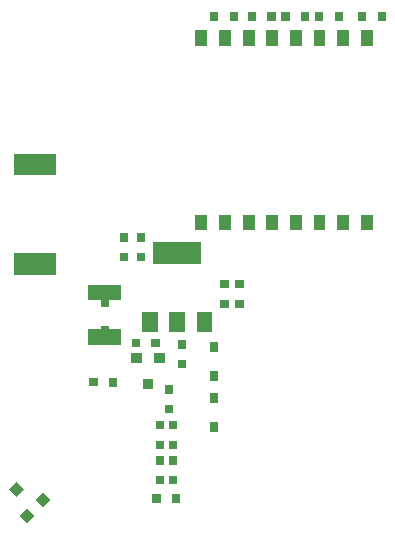
<source format=gbr>
%FSLAX32Y32*%
%MOMM*%
%LNSMD_Maske2*%
G71*
G01*
%LPD*%
G36*
X5552Y6334D02*
X5552Y6204D01*
X5272Y6204D01*
X5272Y6334D01*
X5552Y6334D01*
G37*
G36*
X5552Y5954D02*
X5552Y5824D01*
X5272Y5824D01*
X5272Y5954D01*
X5552Y5954D01*
G37*
G36*
X5611Y6767D02*
X5611Y6697D01*
X5541Y6697D01*
X5541Y6767D01*
X5611Y6767D01*
G37*
G36*
X5610Y6600D02*
X5610Y6530D01*
X5540Y6530D01*
X5540Y6600D01*
X5610Y6600D01*
G37*
G36*
X5918Y5668D02*
X5828Y5668D01*
X5828Y5758D01*
X5918Y5758D01*
X5918Y5668D01*
G37*
G36*
X5728Y5668D02*
X5638Y5668D01*
X5638Y5758D01*
X5728Y5758D01*
X5728Y5668D01*
G37*
G36*
X5823Y5446D02*
X5733Y5446D01*
X5733Y5536D01*
X5823Y5536D01*
X5823Y5446D01*
G37*
G36*
X6320Y5931D02*
X6190Y5931D01*
X6190Y6101D01*
X6320Y6101D01*
X6320Y5931D01*
G37*
G36*
X6090Y5930D02*
X5960Y5930D01*
X5960Y6100D01*
X6090Y6100D01*
X6090Y5930D01*
G37*
G36*
X5860Y5930D02*
X5730Y5930D01*
X5730Y6100D01*
X5860Y6100D01*
X5860Y5930D01*
G37*
G36*
X6224Y6507D02*
X5824Y6507D01*
X5824Y6697D01*
X6224Y6697D01*
X6224Y6507D01*
G37*
G36*
X6104Y5862D02*
X6104Y5792D01*
X6034Y5792D01*
X6034Y5862D01*
X6104Y5862D01*
G37*
G36*
X6103Y5695D02*
X6103Y5625D01*
X6033Y5625D01*
X6033Y5695D01*
X6103Y5695D01*
G37*
G36*
X5992Y5481D02*
X5992Y5411D01*
X5922Y5411D01*
X5922Y5481D01*
X5992Y5481D01*
G37*
G36*
X5991Y5314D02*
X5991Y5244D01*
X5921Y5244D01*
X5921Y5314D01*
X5991Y5314D01*
G37*
G36*
X6024Y5180D02*
X6024Y5110D01*
X5954Y5110D01*
X5954Y5180D01*
X6024Y5180D01*
G37*
G36*
X6023Y5013D02*
X6023Y4943D01*
X5953Y4943D01*
X5953Y5013D01*
X6023Y5013D01*
G37*
G36*
X5754Y6767D02*
X5754Y6697D01*
X5684Y6697D01*
X5684Y6767D01*
X5754Y6767D01*
G37*
G36*
X5753Y6600D02*
X5753Y6530D01*
X5683Y6530D01*
X5683Y6600D01*
X5753Y6600D01*
G37*
G36*
X4646Y6418D02*
X4646Y6598D01*
X5001Y6598D01*
X5001Y6418D01*
X4646Y6418D01*
G37*
G36*
X4647Y7259D02*
X4647Y7439D01*
X5002Y7439D01*
X5002Y7259D01*
X4647Y7259D01*
G37*
G36*
X5877Y5806D02*
X5807Y5806D01*
X5807Y5876D01*
X5877Y5876D01*
X5877Y5806D01*
G37*
G36*
X5710Y5805D02*
X5640Y5805D01*
X5640Y5875D01*
X5710Y5875D01*
X5710Y5805D01*
G37*
G36*
X6024Y4878D02*
X6024Y4808D01*
X5954Y4808D01*
X5954Y4878D01*
X6024Y4878D01*
G37*
G36*
X6023Y4711D02*
X6023Y4641D01*
X5953Y4641D01*
X5953Y4711D01*
X6023Y4711D01*
G37*
G36*
X5519Y5470D02*
X5449Y5470D01*
X5449Y5540D01*
X5519Y5540D01*
X5519Y5470D01*
G37*
G36*
X5352Y5471D02*
X5282Y5471D01*
X5282Y5541D01*
X5352Y5541D01*
X5352Y5471D01*
G37*
G36*
X6052Y4488D02*
X5982Y4488D01*
X5982Y4558D01*
X6052Y4558D01*
X6052Y4488D01*
G37*
G36*
X5885Y4487D02*
X5815Y4487D01*
X5815Y4557D01*
X5885Y4557D01*
X5885Y4487D01*
G37*
G36*
X5913Y5180D02*
X5913Y5110D01*
X5843Y5110D01*
X5843Y5180D01*
X5913Y5180D01*
G37*
G36*
X5912Y5013D02*
X5912Y4943D01*
X5842Y4943D01*
X5842Y5013D01*
X5912Y5013D01*
G37*
G36*
X5913Y4878D02*
X5913Y4808D01*
X5843Y4808D01*
X5843Y4878D01*
X5913Y4878D01*
G37*
G36*
X5912Y4711D02*
X5912Y4641D01*
X5842Y4641D01*
X5842Y4711D01*
X5912Y4711D01*
G37*
G36*
X4695Y4376D02*
X4758Y4440D01*
X4822Y4376D01*
X4758Y4313D01*
X4695Y4376D01*
G37*
G36*
X4829Y4511D02*
X4893Y4574D01*
X4956Y4511D01*
X4893Y4447D01*
X4829Y4511D01*
G37*
G36*
X4605Y4601D02*
X4669Y4664D01*
X4732Y4601D01*
X4669Y4537D01*
X4605Y4601D01*
G37*
G36*
X6370Y5418D02*
X6370Y5333D01*
X6300Y5334D01*
X6300Y5419D01*
X6370Y5418D01*
G37*
G36*
X6370Y5172D02*
X6370Y5087D01*
X6300Y5086D01*
X6300Y5171D01*
X6370Y5172D01*
G37*
G36*
X5449Y6228D02*
X5449Y6143D01*
X5379Y6143D01*
X5379Y6228D01*
X5449Y6228D01*
G37*
G36*
X5449Y5981D02*
X5449Y5896D01*
X5379Y5896D01*
X5379Y5981D01*
X5449Y5981D01*
G37*
G36*
X6391Y6134D02*
X6391Y6204D01*
X6461Y6204D01*
X6461Y6134D01*
X6391Y6134D01*
G37*
G36*
X6390Y6301D02*
X6390Y6371D01*
X6460Y6371D01*
X6460Y6301D01*
X6390Y6301D01*
G37*
G36*
X6518Y6134D02*
X6518Y6204D01*
X6588Y6204D01*
X6588Y6134D01*
X6518Y6134D01*
G37*
G36*
X6517Y6301D02*
X6517Y6371D01*
X6587Y6371D01*
X6587Y6301D01*
X6517Y6301D01*
G37*
G36*
X7795Y8569D02*
X7725Y8569D01*
X7725Y8639D01*
X7795Y8639D01*
X7795Y8569D01*
G37*
G36*
X7628Y8568D02*
X7558Y8568D01*
X7558Y8638D01*
X7628Y8638D01*
X7628Y8568D01*
G37*
G36*
X7429Y8569D02*
X7359Y8569D01*
X7359Y8639D01*
X7429Y8639D01*
X7429Y8569D01*
G37*
G36*
X7262Y8568D02*
X7192Y8568D01*
X7192Y8638D01*
X7262Y8638D01*
X7262Y8568D01*
G37*
G36*
X7144Y8569D02*
X7074Y8569D01*
X7074Y8639D01*
X7144Y8639D01*
X7144Y8569D01*
G37*
G36*
X6977Y8568D02*
X6907Y8568D01*
X6907Y8638D01*
X6977Y8638D01*
X6977Y8568D01*
G37*
G36*
X6858Y8569D02*
X6788Y8569D01*
X6788Y8639D01*
X6858Y8639D01*
X6858Y8569D01*
G37*
G36*
X6691Y8568D02*
X6621Y8568D01*
X6621Y8638D01*
X6691Y8638D01*
X6691Y8568D01*
G37*
G36*
X6540Y8569D02*
X6470Y8569D01*
X6470Y8639D01*
X6540Y8639D01*
X6540Y8569D01*
G37*
G36*
X6373Y8568D02*
X6303Y8568D01*
X6303Y8638D01*
X6373Y8638D01*
X6373Y8568D01*
G37*
G36*
X7580Y6924D02*
X7680Y6924D01*
X7680Y6794D01*
X7580Y6794D01*
X7580Y6924D01*
G37*
G36*
X7380Y6924D02*
X7480Y6924D01*
X7480Y6794D01*
X7380Y6794D01*
X7380Y6924D01*
G37*
G36*
X7180Y6924D02*
X7280Y6924D01*
X7280Y6794D01*
X7180Y6794D01*
X7180Y6924D01*
G37*
G36*
X6980Y6924D02*
X7080Y6924D01*
X7080Y6794D01*
X6980Y6794D01*
X6980Y6924D01*
G37*
G36*
X6780Y6924D02*
X6880Y6924D01*
X6880Y6794D01*
X6780Y6794D01*
X6780Y6924D01*
G37*
G36*
X6580Y6924D02*
X6680Y6924D01*
X6680Y6794D01*
X6580Y6794D01*
X6580Y6924D01*
G37*
G36*
X6380Y6924D02*
X6480Y6924D01*
X6480Y6794D01*
X6380Y6794D01*
X6380Y6924D01*
G37*
G36*
X6180Y6924D02*
X6280Y6924D01*
X6280Y6794D01*
X6180Y6794D01*
X6180Y6924D01*
G37*
G36*
X7580Y8487D02*
X7680Y8487D01*
X7680Y8357D01*
X7580Y8357D01*
X7580Y8487D01*
G37*
G36*
X7380Y8487D02*
X7480Y8487D01*
X7480Y8357D01*
X7380Y8357D01*
X7380Y8487D01*
G37*
G36*
X7180Y8487D02*
X7280Y8487D01*
X7280Y8357D01*
X7180Y8357D01*
X7180Y8487D01*
G37*
G36*
X6980Y8487D02*
X7080Y8487D01*
X7080Y8357D01*
X6980Y8357D01*
X6980Y8487D01*
G37*
G36*
X6780Y8487D02*
X6880Y8487D01*
X6880Y8357D01*
X6780Y8357D01*
X6780Y8487D01*
G37*
G36*
X6580Y8487D02*
X6680Y8487D01*
X6680Y8357D01*
X6580Y8357D01*
X6580Y8487D01*
G37*
G36*
X6380Y8487D02*
X6480Y8487D01*
X6480Y8357D01*
X6380Y8357D01*
X6380Y8487D01*
G37*
G36*
X6180Y8487D02*
X6280Y8487D01*
X6280Y8357D01*
X6180Y8357D01*
X6180Y8487D01*
G37*
G36*
X6370Y5847D02*
X6370Y5762D01*
X6300Y5762D01*
X6300Y5847D01*
X6370Y5847D01*
G37*
G36*
X6370Y5600D02*
X6370Y5515D01*
X6300Y5515D01*
X6300Y5600D01*
X6370Y5600D01*
G37*
M02*

</source>
